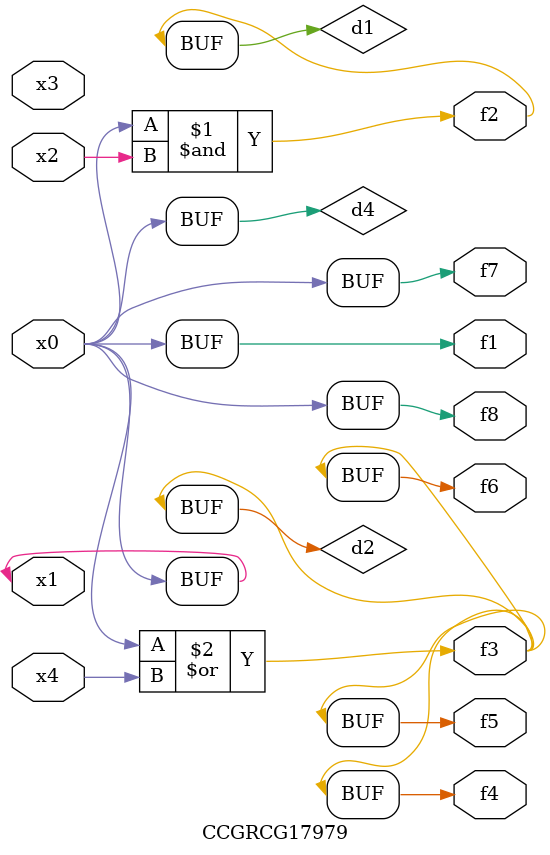
<source format=v>
module CCGRCG17979(
	input x0, x1, x2, x3, x4,
	output f1, f2, f3, f4, f5, f6, f7, f8
);

	wire d1, d2, d3, d4;

	and (d1, x0, x2);
	or (d2, x0, x4);
	nand (d3, x0, x2);
	buf (d4, x0, x1);
	assign f1 = d4;
	assign f2 = d1;
	assign f3 = d2;
	assign f4 = d2;
	assign f5 = d2;
	assign f6 = d2;
	assign f7 = d4;
	assign f8 = d4;
endmodule

</source>
